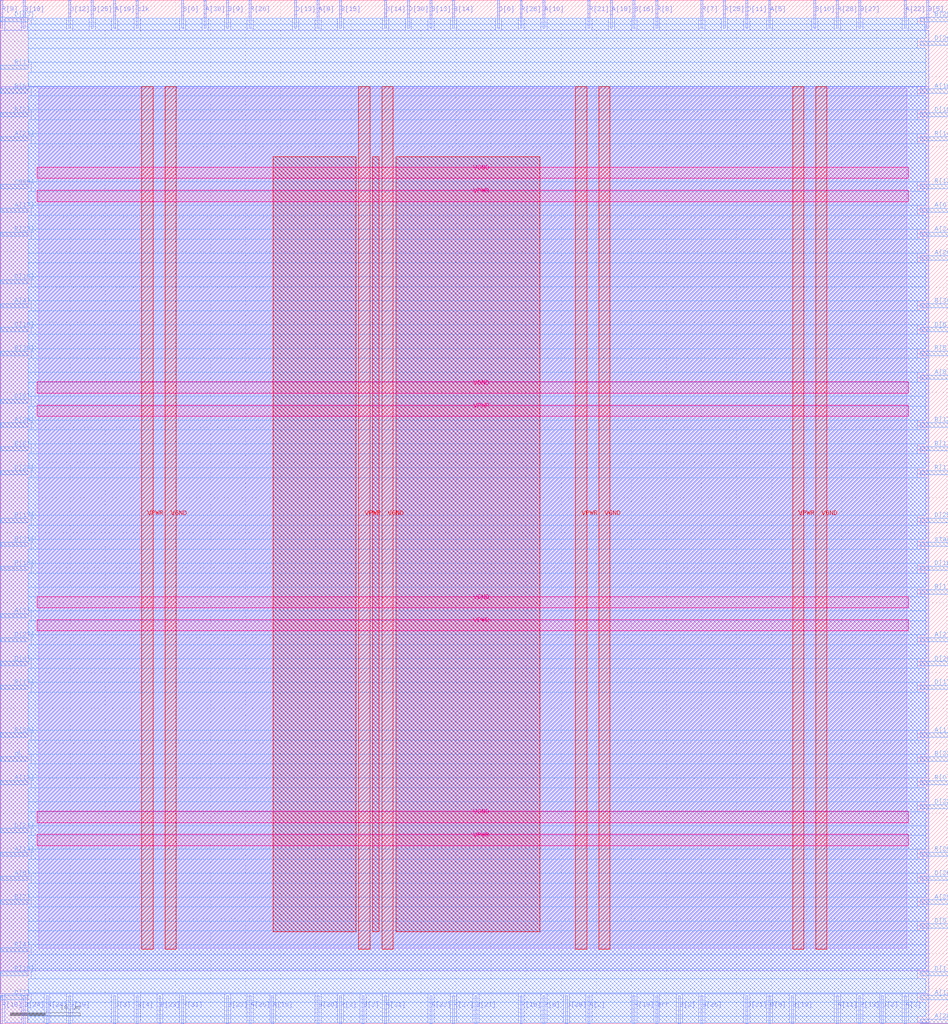
<source format=lef>
VERSION 5.7 ;
  NOWIREEXTENSIONATPIN ON ;
  DIVIDERCHAR "/" ;
  BUSBITCHARS "[]" ;
MACRO divider
  CLASS BLOCK ;
  FOREIGN divider ;
  ORIGIN 0.000 0.000 ;
  SIZE 135.185 BY 145.905 ;
  PIN A[0]
    DIRECTION INPUT ;
    USE SIGNAL ;
    ANTENNAGATEAREA 0.196500 ;
    PORT
      LAYER met3 ;
        RECT 131.185 115.640 135.185 116.240 ;
    END
  END A[0]
  PIN A[10]
    DIRECTION INPUT ;
    USE SIGNAL ;
    ANTENNAGATEAREA 0.196500 ;
    PORT
      LAYER met2 ;
        RECT 77.370 141.905 77.650 145.905 ;
    END
  END A[10]
  PIN A[11]
    DIRECTION INPUT ;
    USE SIGNAL ;
    ANTENNAGATEAREA 0.196500 ;
    PORT
      LAYER met2 ;
        RECT 119.230 0.000 119.510 4.000 ;
    END
  END A[11]
  PIN A[12]
    DIRECTION INPUT ;
    USE SIGNAL ;
    ANTENNAGATEAREA 0.196500 ;
    PORT
      LAYER met3 ;
        RECT 131.185 3.440 135.185 4.040 ;
    END
  END A[12]
  PIN A[13]
    DIRECTION INPUT ;
    USE SIGNAL ;
    ANTENNAGATEAREA 0.196500 ;
    PORT
      LAYER met3 ;
        RECT 0.000 34.040 4.000 34.640 ;
    END
  END A[13]
  PIN A[14]
    DIRECTION INPUT ;
    USE SIGNAL ;
    ANTENNAGATEAREA 0.196500 ;
    PORT
      LAYER met3 ;
        RECT 0.000 23.840 4.000 24.440 ;
    END
  END A[14]
  PIN A[15]
    DIRECTION INPUT ;
    USE SIGNAL ;
    ANTENNAGATEAREA 0.196500 ;
    PORT
      LAYER met2 ;
        RECT 38.730 0.000 39.010 4.000 ;
    END
  END A[15]
  PIN A[16]
    DIRECTION INPUT ;
    USE SIGNAL ;
    ANTENNAGATEAREA 0.196500 ;
    PORT
      LAYER met3 ;
        RECT 131.185 132.640 135.185 133.240 ;
    END
  END A[16]
  PIN A[17]
    DIRECTION INPUT ;
    USE SIGNAL ;
    ANTENNAGATEAREA 0.196500 ;
    PORT
      LAYER met3 ;
        RECT 0.000 115.640 4.000 116.240 ;
    END
  END A[17]
  PIN A[18]
    DIRECTION INPUT ;
    USE SIGNAL ;
    ANTENNAGATEAREA 0.196500 ;
    PORT
      LAYER met2 ;
        RECT 87.030 141.905 87.310 145.905 ;
    END
  END A[18]
  PIN A[19]
    DIRECTION INPUT ;
    USE SIGNAL ;
    ANTENNAGATEAREA 0.196500 ;
    PORT
      LAYER met2 ;
        RECT 16.190 141.905 16.470 145.905 ;
    END
  END A[19]
  PIN A[1]
    DIRECTION INPUT ;
    USE SIGNAL ;
    ANTENNAGATEAREA 0.196500 ;
    PORT
      LAYER met3 ;
        RECT 131.185 40.840 135.185 41.440 ;
    END
  END A[1]
  PIN A[20]
    DIRECTION INPUT ;
    USE SIGNAL ;
    ANTENNAGATEAREA 0.196500 ;
    PORT
      LAYER met3 ;
        RECT 131.185 108.840 135.185 109.440 ;
    END
  END A[20]
  PIN A[21]
    DIRECTION INPUT ;
    USE SIGNAL ;
    ANTENNAGATEAREA 0.196500 ;
    PORT
      LAYER met3 ;
        RECT 0.000 125.840 4.000 126.440 ;
    END
  END A[21]
  PIN A[22]
    DIRECTION INPUT ;
    USE SIGNAL ;
    ANTENNAGATEAREA 0.196500 ;
    PORT
      LAYER met2 ;
        RECT 128.890 141.905 129.170 145.905 ;
    END
  END A[22]
  PIN A[23]
    DIRECTION INPUT ;
    USE SIGNAL ;
    ANTENNAGATEAREA 0.196500 ;
    PORT
      LAYER met2 ;
        RECT 61.270 0.000 61.550 4.000 ;
    END
  END A[23]
  PIN A[24]
    DIRECTION INPUT ;
    USE SIGNAL ;
    ANTENNAGATEAREA 0.196500 ;
    PORT
      LAYER met3 ;
        RECT 131.185 112.240 135.185 112.840 ;
    END
  END A[24]
  PIN A[25]
    DIRECTION INPUT ;
    USE SIGNAL ;
    ANTENNAGATEAREA 0.196500 ;
    PORT
      LAYER met2 ;
        RECT 35.510 0.000 35.790 4.000 ;
    END
  END A[25]
  PIN A[26]
    DIRECTION INPUT ;
    USE SIGNAL ;
    ANTENNAGATEAREA 0.196500 ;
    PORT
      LAYER met3 ;
        RECT 0.000 85.040 4.000 85.640 ;
    END
  END A[26]
  PIN A[27]
    DIRECTION INPUT ;
    USE SIGNAL ;
    ANTENNAGATEAREA 0.196500 ;
    PORT
      LAYER met3 ;
        RECT 131.185 54.440 135.185 55.040 ;
    END
  END A[27]
  PIN A[28]
    DIRECTION INPUT ;
    USE SIGNAL ;
    ANTENNAGATEAREA 0.196500 ;
    PORT
      LAYER met3 ;
        RECT 131.185 0.040 135.185 0.640 ;
    END
  END A[28]
  PIN A[29]
    DIRECTION INPUT ;
    USE SIGNAL ;
    ANTENNAGATEAREA 0.196500 ;
    PORT
      LAYER met3 ;
        RECT 131.185 17.040 135.185 17.640 ;
    END
  END A[29]
  PIN A[2]
    DIRECTION INPUT ;
    USE SIGNAL ;
    ANTENNAGATEAREA 0.196500 ;
    PORT
      LAYER met2 ;
        RECT 83.810 0.000 84.090 4.000 ;
    END
  END A[2]
  PIN A[30]
    DIRECTION INPUT ;
    USE SIGNAL ;
    ANTENNAGATEAREA 0.196500 ;
    PORT
      LAYER met2 ;
        RECT 29.070 141.905 29.350 145.905 ;
    END
  END A[30]
  PIN A[31]
    DIRECTION INPUT ;
    USE SIGNAL ;
    ANTENNAGATEAREA 0.196500 ;
    PORT
      LAYER met2 ;
        RECT 54.830 0.000 55.110 4.000 ;
    END
  END A[31]
  PIN A[3]
    DIRECTION INPUT ;
    USE SIGNAL ;
    ANTENNAGATEAREA 0.196500 ;
    PORT
      LAYER met2 ;
        RECT 128.890 0.000 129.170 4.000 ;
    END
  END A[3]
  PIN A[4]
    DIRECTION INPUT ;
    USE SIGNAL ;
    ANTENNAGATEAREA 0.196500 ;
    PORT
      LAYER met3 ;
        RECT 0.000 102.040 4.000 102.640 ;
    END
  END A[4]
  PIN A[5]
    DIRECTION INPUT ;
    USE SIGNAL ;
    ANTENNAGATEAREA 0.196500 ;
    PORT
      LAYER met2 ;
        RECT 109.570 141.905 109.850 145.905 ;
    END
  END A[5]
  PIN A[6]
    DIRECTION INPUT ;
    USE SIGNAL ;
    ANTENNAGATEAREA 0.196500 ;
    PORT
      LAYER met3 ;
        RECT 0.000 20.440 4.000 21.040 ;
    END
  END A[6]
  PIN A[7]
    DIRECTION INPUT ;
    USE SIGNAL ;
    ANTENNAGATEAREA 0.196500 ;
    PORT
      LAYER met3 ;
        RECT 0.000 57.840 4.000 58.440 ;
    END
  END A[7]
  PIN A[8]
    DIRECTION INPUT ;
    USE SIGNAL ;
    ANTENNAGATEAREA 0.196500 ;
    PORT
      LAYER met3 ;
        RECT 131.185 91.840 135.185 92.440 ;
    END
  END A[8]
  PIN A[9]
    DIRECTION INPUT ;
    USE SIGNAL ;
    ANTENNAGATEAREA 0.196500 ;
    PORT
      LAYER met2 ;
        RECT 45.170 141.905 45.450 145.905 ;
    END
  END A[9]
  PIN B[0]
    DIRECTION INPUT ;
    USE SIGNAL ;
    ANTENNAGATEAREA 0.196500 ;
    PORT
      LAYER met2 ;
        RECT 25.850 141.905 26.130 145.905 ;
    END
  END B[0]
  PIN B[10]
    DIRECTION INPUT ;
    USE SIGNAL ;
    ANTENNAGATEAREA 0.196500 ;
    PORT
      LAYER met2 ;
        RECT 116.010 141.905 116.290 145.905 ;
    END
  END B[10]
  PIN B[11]
    DIRECTION INPUT ;
    USE SIGNAL ;
    ANTENNAGATEAREA 0.196500 ;
    PORT
      LAYER met3 ;
        RECT 131.185 81.640 135.185 82.240 ;
    END
  END B[11]
  PIN B[12]
    DIRECTION INPUT ;
    USE SIGNAL ;
    ANTENNAGATEAREA 0.196500 ;
    PORT
      LAYER met3 ;
        RECT 131.185 85.040 135.185 85.640 ;
    END
  END B[12]
  PIN B[13]
    DIRECTION INPUT ;
    USE SIGNAL ;
    ANTENNAGATEAREA 0.196500 ;
    PORT
      LAYER met2 ;
        RECT 61.270 141.905 61.550 145.905 ;
    END
  END B[13]
  PIN B[14]
    DIRECTION INPUT ;
    USE SIGNAL ;
    ANTENNAGATEAREA 0.196500 ;
    PORT
      LAYER met2 ;
        RECT 64.490 141.905 64.770 145.905 ;
    END
  END B[14]
  PIN B[15]
    DIRECTION INPUT ;
    USE SIGNAL ;
    ANTENNAGATEAREA 0.196500 ;
    PORT
      LAYER met2 ;
        RECT 48.390 141.905 48.670 145.905 ;
    END
  END B[15]
  PIN B[16]
    DIRECTION INPUT ;
    USE SIGNAL ;
    ANTENNAGATEAREA 0.196500 ;
    PORT
      LAYER met2 ;
        RECT 90.250 141.905 90.530 145.905 ;
    END
  END B[16]
  PIN B[17]
    DIRECTION INPUT ;
    USE SIGNAL ;
    ANTENNAGATEAREA 0.196500 ;
    PORT
      LAYER met3 ;
        RECT 0.000 71.440 4.000 72.040 ;
    END
  END B[17]
  PIN B[18]
    DIRECTION INPUT ;
    USE SIGNAL ;
    ANTENNAGATEAREA 0.196500 ;
    PORT
      LAYER met2 ;
        RECT 3.310 141.905 3.590 145.905 ;
    END
  END B[18]
  PIN B[19]
    DIRECTION INPUT ;
    USE SIGNAL ;
    ANTENNAGATEAREA 0.126000 ;
    PORT
      LAYER met2 ;
        RECT 112.790 0.000 113.070 4.000 ;
    END
  END B[19]
  PIN B[1]
    DIRECTION INPUT ;
    USE SIGNAL ;
    ANTENNAGATEAREA 0.196500 ;
    PORT
      LAYER met3 ;
        RECT 131.185 61.240 135.185 61.840 ;
    END
  END B[1]
  PIN B[20]
    DIRECTION INPUT ;
    USE SIGNAL ;
    ANTENNAGATEAREA 0.196500 ;
    PORT
      LAYER met2 ;
        RECT 45.170 0.000 45.450 4.000 ;
    END
  END B[20]
  PIN B[21]
    DIRECTION INPUT ;
    USE SIGNAL ;
    ANTENNAGATEAREA 0.196500 ;
    PORT
      LAYER met2 ;
        RECT 67.710 0.000 67.990 4.000 ;
    END
  END B[21]
  PIN B[22]
    DIRECTION INPUT ;
    USE SIGNAL ;
    ANTENNAGATEAREA 0.196500 ;
    PORT
      LAYER met3 ;
        RECT 131.185 37.440 135.185 38.040 ;
    END
  END B[22]
  PIN B[23]
    DIRECTION INPUT ;
    USE SIGNAL ;
    ANTENNAGATEAREA 0.196500 ;
    PORT
      LAYER met2 ;
        RECT 32.290 0.000 32.570 4.000 ;
    END
  END B[23]
  PIN B[24]
    DIRECTION INPUT ;
    USE SIGNAL ;
    ANTENNAGATEAREA 0.196500 ;
    PORT
      LAYER met2 ;
        RECT 3.310 0.000 3.590 4.000 ;
    END
  END B[24]
  PIN B[25]
    DIRECTION INPUT ;
    USE SIGNAL ;
    ANTENNAGATEAREA 0.126000 ;
    PORT
      LAYER met2 ;
        RECT 12.970 141.905 13.250 145.905 ;
    END
  END B[25]
  PIN B[26]
    DIRECTION INPUT ;
    USE SIGNAL ;
    ANTENNAGATEAREA 0.196500 ;
    PORT
      LAYER met2 ;
        RECT 99.910 0.000 100.190 4.000 ;
    END
  END B[26]
  PIN B[27]
    DIRECTION INPUT ;
    USE SIGNAL ;
    ANTENNAGATEAREA 0.126000 ;
    PORT
      LAYER met2 ;
        RECT 122.450 141.905 122.730 145.905 ;
    END
  END B[27]
  PIN B[28]
    DIRECTION INPUT ;
    USE SIGNAL ;
    ANTENNAGATEAREA 0.196500 ;
    PORT
      LAYER met3 ;
        RECT 0.000 95.240 4.000 95.840 ;
    END
  END B[28]
  PIN B[29]
    DIRECTION INPUT ;
    USE SIGNAL ;
    ANTENNAGATEAREA 0.196500 ;
    PORT
      LAYER met3 ;
        RECT 131.185 142.840 135.185 143.440 ;
    END
  END B[29]
  PIN B[2]
    DIRECTION INPUT ;
    USE SIGNAL ;
    ANTENNAGATEAREA 0.196500 ;
    PORT
      LAYER met2 ;
        RECT 96.690 0.000 96.970 4.000 ;
    END
  END B[2]
  PIN B[30]
    DIRECTION INPUT ;
    USE SIGNAL ;
    ANTENNAGATEAREA 0.196500 ;
    PORT
      LAYER met3 ;
        RECT 131.185 102.040 135.185 102.640 ;
    END
  END B[30]
  PIN B[31]
    DIRECTION INPUT ;
    USE SIGNAL ;
    ANTENNAGATEAREA 0.196500 ;
    PORT
      LAYER met3 ;
        RECT 0.000 68.040 4.000 68.640 ;
    END
  END B[31]
  PIN B[3]
    DIRECTION INPUT ;
    USE SIGNAL ;
    ANTENNAGATEAREA 0.196500 ;
    PORT
      LAYER met2 ;
        RECT 51.610 0.000 51.890 4.000 ;
    END
  END B[3]
  PIN B[4]
    DIRECTION INPUT ;
    USE SIGNAL ;
    ANTENNAGATEAREA 0.196500 ;
    PORT
      LAYER met2 ;
        RECT 19.410 0.000 19.690 4.000 ;
    END
  END B[4]
  PIN B[5]
    DIRECTION INPUT ;
    USE SIGNAL ;
    ANTENNAGATEAREA 0.126000 ;
    PORT
      LAYER met2 ;
        RECT 132.110 141.905 132.390 145.905 ;
    END
  END B[5]
  PIN B[6]
    DIRECTION INPUT ;
    USE SIGNAL ;
    ANTENNAGATEAREA 0.196500 ;
    PORT
      LAYER met3 ;
        RECT 0.000 132.640 4.000 133.240 ;
    END
  END B[6]
  PIN B[7]
    DIRECTION INPUT ;
    USE SIGNAL ;
    ANTENNAGATEAREA 0.196500 ;
    PORT
      LAYER met3 ;
        RECT 0.000 17.040 4.000 17.640 ;
    END
  END B[7]
  PIN B[8]
    DIRECTION INPUT ;
    USE SIGNAL ;
    ANTENNAGATEAREA 0.196500 ;
    PORT
      LAYER met3 ;
        RECT 0.000 81.640 4.000 82.240 ;
    END
  END B[8]
  PIN B[9]
    DIRECTION INPUT ;
    USE SIGNAL ;
    ANTENNAGATEAREA 0.196500 ;
    PORT
      LAYER met2 ;
        RECT 32.290 141.905 32.570 145.905 ;
    END
  END B[9]
  PIN D[0]
    DIRECTION OUTPUT TRISTATE ;
    USE SIGNAL ;
    ANTENNADIFFAREA 0.795200 ;
    PORT
      LAYER met2 ;
        RECT 70.930 141.905 71.210 145.905 ;
    END
  END D[0]
  PIN D[10]
    DIRECTION OUTPUT TRISTATE ;
    USE SIGNAL ;
    ANTENNADIFFAREA 0.795200 ;
    PORT
      LAYER met3 ;
        RECT 0.000 98.640 4.000 99.240 ;
    END
  END D[10]
  PIN D[11]
    DIRECTION OUTPUT TRISTATE ;
    USE SIGNAL ;
    ANTENNADIFFAREA 0.795200 ;
    PORT
      LAYER met2 ;
        RECT 106.350 141.905 106.630 145.905 ;
    END
  END D[11]
  PIN D[12]
    DIRECTION OUTPUT TRISTATE ;
    USE SIGNAL ;
    ANTENNADIFFAREA 0.795200 ;
    PORT
      LAYER met2 ;
        RECT 9.750 141.905 10.030 145.905 ;
    END
  END D[12]
  PIN D[13]
    DIRECTION OUTPUT TRISTATE ;
    USE SIGNAL ;
    ANTENNADIFFAREA 0.795200 ;
    PORT
      LAYER met2 ;
        RECT 41.950 141.905 42.230 145.905 ;
    END
  END D[13]
  PIN D[14]
    DIRECTION OUTPUT TRISTATE ;
    USE SIGNAL ;
    ANTENNADIFFAREA 0.795200 ;
    PORT
      LAYER met2 ;
        RECT 54.830 141.905 55.110 145.905 ;
    END
  END D[14]
  PIN D[15]
    DIRECTION OUTPUT TRISTATE ;
    USE SIGNAL ;
    ANTENNADIFFAREA 0.795200 ;
    PORT
      LAYER met3 ;
        RECT 0.000 105.440 4.000 106.040 ;
    END
  END D[15]
  PIN D[16]
    DIRECTION OUTPUT TRISTATE ;
    USE SIGNAL ;
    ANTENNADIFFAREA 0.445500 ;
    PORT
      LAYER met3 ;
        RECT 131.185 64.640 135.185 65.240 ;
    END
  END D[16]
  PIN D[17]
    DIRECTION OUTPUT TRISTATE ;
    USE SIGNAL ;
    ANTENNADIFFAREA 0.795200 ;
    PORT
      LAYER met3 ;
        RECT 131.185 47.640 135.185 48.240 ;
    END
  END D[17]
  PIN D[18]
    DIRECTION OUTPUT TRISTATE ;
    USE SIGNAL ;
    ANTENNADIFFAREA 0.795200 ;
    PORT
      LAYER met3 ;
        RECT 131.185 129.240 135.185 129.840 ;
    END
  END D[18]
  PIN D[19]
    DIRECTION OUTPUT TRISTATE ;
    USE SIGNAL ;
    ANTENNADIFFAREA 0.795200 ;
    PORT
      LAYER met2 ;
        RECT 9.750 0.000 10.030 4.000 ;
    END
  END D[19]
  PIN D[1]
    DIRECTION OUTPUT TRISTATE ;
    USE SIGNAL ;
    ANTENNADIFFAREA 0.445500 ;
    PORT
      LAYER met3 ;
        RECT 131.185 6.840 135.185 7.440 ;
    END
  END D[1]
  PIN D[20]
    DIRECTION OUTPUT TRISTATE ;
    USE SIGNAL ;
    ANTENNADIFFAREA 0.445500 ;
    PORT
      LAYER met3 ;
        RECT 131.185 51.040 135.185 51.640 ;
    END
  END D[20]
  PIN D[21]
    DIRECTION OUTPUT TRISTATE ;
    USE SIGNAL ;
    ANTENNADIFFAREA 0.795200 ;
    PORT
      LAYER met3 ;
        RECT 0.000 27.240 4.000 27.840 ;
    END
  END D[21]
  PIN D[22]
    DIRECTION OUTPUT TRISTATE ;
    USE SIGNAL ;
    ANTENNADIFFAREA 0.445500 ;
    PORT
      LAYER met3 ;
        RECT 131.185 30.640 135.185 31.240 ;
    END
  END D[22]
  PIN D[23]
    DIRECTION OUTPUT TRISTATE ;
    USE SIGNAL ;
    ANTENNADIFFAREA 0.795200 ;
    PORT
      LAYER met3 ;
        RECT 0.000 142.840 4.000 143.440 ;
    END
  END D[23]
  PIN D[24]
    DIRECTION OUTPUT TRISTATE ;
    USE SIGNAL ;
    ANTENNADIFFAREA 0.795200 ;
    PORT
      LAYER met3 ;
        RECT 0.000 78.240 4.000 78.840 ;
    END
  END D[24]
  PIN D[25]
    DIRECTION OUTPUT TRISTATE ;
    USE SIGNAL ;
    ANTENNADIFFAREA 0.445500 ;
    PORT
      LAYER met3 ;
        RECT 131.185 71.440 135.185 72.040 ;
    END
  END D[25]
  PIN D[26]
    DIRECTION OUTPUT TRISTATE ;
    USE SIGNAL ;
    ANTENNADIFFAREA 0.795200 ;
    PORT
      LAYER met3 ;
        RECT 131.185 139.440 135.185 140.040 ;
    END
  END D[26]
  PIN D[27]
    DIRECTION OUTPUT TRISTATE ;
    USE SIGNAL ;
    ANTENNADIFFAREA 0.795200 ;
    PORT
      LAYER met3 ;
        RECT 0.000 54.440 4.000 55.040 ;
    END
  END D[27]
  PIN D[28]
    DIRECTION OUTPUT TRISTATE ;
    USE SIGNAL ;
    ANTENNADIFFAREA 0.445500 ;
    PORT
      LAYER met3 ;
        RECT 131.185 20.440 135.185 21.040 ;
    END
  END D[28]
  PIN D[29]
    DIRECTION OUTPUT TRISTATE ;
    USE SIGNAL ;
    ANTENNADIFFAREA 0.795200 ;
    PORT
      LAYER met2 ;
        RECT 80.590 0.000 80.870 4.000 ;
    END
  END D[29]
  PIN D[2]
    DIRECTION OUTPUT TRISTATE ;
    USE SIGNAL ;
    ANTENNADIFFAREA 0.795200 ;
    PORT
      LAYER met2 ;
        RECT 125.670 0.000 125.950 4.000 ;
    END
  END D[2]
  PIN D[30]
    DIRECTION OUTPUT TRISTATE ;
    USE SIGNAL ;
    ANTENNADIFFAREA 0.795200 ;
    PORT
      LAYER met2 ;
        RECT 58.050 141.905 58.330 145.905 ;
    END
  END D[30]
  PIN D[31]
    DIRECTION OUTPUT TRISTATE ;
    USE SIGNAL ;
    ANTENNADIFFAREA 0.795200 ;
    PORT
      LAYER met2 ;
        RECT 106.350 0.000 106.630 4.000 ;
    END
  END D[31]
  PIN D[3]
    DIRECTION OUTPUT TRISTATE ;
    USE SIGNAL ;
    ANTENNADIFFAREA 0.795200 ;
    PORT
      LAYER met2 ;
        RECT 16.190 0.000 16.470 4.000 ;
    END
  END D[3]
  PIN D[4]
    DIRECTION OUTPUT TRISTATE ;
    USE SIGNAL ;
    ANTENNADIFFAREA 0.795200 ;
    PORT
      LAYER met3 ;
        RECT 0.000 51.040 4.000 51.640 ;
    END
  END D[4]
  PIN D[5]
    DIRECTION OUTPUT TRISTATE ;
    USE SIGNAL ;
    ANTENNADIFFAREA 0.795200 ;
    PORT
      LAYER met3 ;
        RECT 131.185 13.640 135.185 14.240 ;
    END
  END D[5]
  PIN D[6]
    DIRECTION OUTPUT TRISTATE ;
    USE SIGNAL ;
    ANTENNADIFFAREA 0.445500 ;
    PORT
      LAYER met3 ;
        RECT 131.185 98.640 135.185 99.240 ;
    END
  END D[6]
  PIN D[7]
    DIRECTION OUTPUT TRISTATE ;
    USE SIGNAL ;
    ANTENNADIFFAREA 0.795200 ;
    PORT
      LAYER met3 ;
        RECT 0.000 3.440 4.000 4.040 ;
    END
  END D[7]
  PIN D[8]
    DIRECTION OUTPUT TRISTATE ;
    USE SIGNAL ;
    ANTENNADIFFAREA 0.795200 ;
    PORT
      LAYER met2 ;
        RECT 109.570 0.000 109.850 4.000 ;
    END
  END D[8]
  PIN D[9]
    DIRECTION OUTPUT TRISTATE ;
    USE SIGNAL ;
    ANTENNADIFFAREA 0.795200 ;
    PORT
      LAYER met3 ;
        RECT 0.000 88.440 4.000 89.040 ;
    END
  END D[9]
  PIN R[0]
    DIRECTION OUTPUT TRISTATE ;
    USE SIGNAL ;
    ANTENNADIFFAREA 0.795200 ;
    PORT
      LAYER met3 ;
        RECT 131.185 34.040 135.185 34.640 ;
    END
  END R[0]
  PIN R[10]
    DIRECTION OUTPUT TRISTATE ;
    USE SIGNAL ;
    ANTENNADIFFAREA 0.795200 ;
    PORT
      LAYER met3 ;
        RECT 0.000 6.840 4.000 7.440 ;
    END
  END R[10]
  PIN R[11]
    DIRECTION OUTPUT TRISTATE ;
    USE SIGNAL ;
    ANTENNADIFFAREA 0.445500 ;
    PORT
      LAYER met3 ;
        RECT 131.185 78.240 135.185 78.840 ;
    END
  END R[11]
  PIN R[12]
    DIRECTION OUTPUT TRISTATE ;
    USE SIGNAL ;
    ANTENNADIFFAREA 0.445500 ;
    PORT
      LAYER met3 ;
        RECT 131.185 119.040 135.185 119.640 ;
    END
  END R[12]
  PIN R[13]
    DIRECTION OUTPUT TRISTATE ;
    USE SIGNAL ;
    ANTENNADIFFAREA 0.795200 ;
    PORT
      LAYER met2 ;
        RECT 122.450 0.000 122.730 4.000 ;
    END
  END R[13]
  PIN R[14]
    DIRECTION OUTPUT TRISTATE ;
    USE SIGNAL ;
    ANTENNADIFFAREA 0.445500 ;
    PORT
      LAYER met3 ;
        RECT 131.185 125.840 135.185 126.440 ;
    END
  END R[14]
  PIN R[15]
    DIRECTION OUTPUT TRISTATE ;
    USE SIGNAL ;
    ANTENNADIFFAREA 0.795200 ;
    PORT
      LAYER met2 ;
        RECT 74.150 0.000 74.430 4.000 ;
    END
  END R[15]
  PIN R[16]
    DIRECTION OUTPUT TRISTATE ;
    USE SIGNAL ;
    ANTENNADIFFAREA 0.795200 ;
    PORT
      LAYER met3 ;
        RECT 0.000 64.640 4.000 65.240 ;
    END
  END R[16]
  PIN R[17]
    DIRECTION OUTPUT TRISTATE ;
    USE SIGNAL ;
    ANTENNADIFFAREA 0.795200 ;
    PORT
      LAYER met3 ;
        RECT 0.000 47.640 4.000 48.240 ;
    END
  END R[17]
  PIN R[18]
    DIRECTION OUTPUT TRISTATE ;
    USE SIGNAL ;
    ANTENNADIFFAREA 0.795200 ;
    PORT
      LAYER met2 ;
        RECT 0.090 0.000 0.370 4.000 ;
    END
  END R[18]
  PIN R[19]
    DIRECTION OUTPUT TRISTATE ;
    USE SIGNAL ;
    ANTENNADIFFAREA 0.795200 ;
    PORT
      LAYER met2 ;
        RECT 90.250 0.000 90.530 4.000 ;
    END
  END R[19]
  PIN R[1]
    DIRECTION OUTPUT TRISTATE ;
    USE SIGNAL ;
    ANTENNADIFFAREA 0.795200 ;
    PORT
      LAYER met3 ;
        RECT 0.000 136.040 4.000 136.640 ;
    END
  END R[1]
  PIN R[20]
    DIRECTION OUTPUT TRISTATE ;
    USE SIGNAL ;
    ANTENNADIFFAREA 0.795200 ;
    PORT
      LAYER met2 ;
        RECT 35.510 141.905 35.790 145.905 ;
    END
  END R[20]
  PIN R[21]
    DIRECTION OUTPUT TRISTATE ;
    USE SIGNAL ;
    ANTENNADIFFAREA 0.795200 ;
    PORT
      LAYER met2 ;
        RECT 83.810 141.905 84.090 145.905 ;
    END
  END R[21]
  PIN R[22]
    DIRECTION OUTPUT TRISTATE ;
    USE SIGNAL ;
    ANTENNADIFFAREA 0.795200 ;
    PORT
      LAYER met3 ;
        RECT 0.000 112.240 4.000 112.840 ;
    END
  END R[22]
  PIN R[23]
    DIRECTION OUTPUT TRISTATE ;
    USE SIGNAL ;
    ANTENNADIFFAREA 0.795200 ;
    PORT
      LAYER met2 ;
        RECT 22.630 0.000 22.910 4.000 ;
    END
  END R[23]
  PIN R[24]
    DIRECTION OUTPUT TRISTATE ;
    USE SIGNAL ;
    ANTENNADIFFAREA 0.795200 ;
    PORT
      LAYER met2 ;
        RECT 6.530 0.000 6.810 4.000 ;
    END
  END R[24]
  PIN R[25]
    DIRECTION OUTPUT TRISTATE ;
    USE SIGNAL ;
    ANTENNADIFFAREA 0.795200 ;
    PORT
      LAYER met2 ;
        RECT 103.130 141.905 103.410 145.905 ;
    END
  END R[25]
  PIN R[26]
    DIRECTION OUTPUT TRISTATE ;
    USE SIGNAL ;
    ANTENNADIFFAREA 0.795200 ;
    PORT
      LAYER met2 ;
        RECT 74.150 141.905 74.430 145.905 ;
    END
  END R[26]
  PIN R[27]
    DIRECTION OUTPUT TRISTATE ;
    USE SIGNAL ;
    ANTENNADIFFAREA 0.795200 ;
    PORT
      LAYER met2 ;
        RECT 64.490 0.000 64.770 4.000 ;
    END
  END R[27]
  PIN R[28]
    DIRECTION OUTPUT TRISTATE ;
    USE SIGNAL ;
    ANTENNADIFFAREA 0.795200 ;
    PORT
      LAYER met2 ;
        RECT 119.230 141.905 119.510 145.905 ;
    END
  END R[28]
  PIN R[29]
    DIRECTION OUTPUT TRISTATE ;
    USE SIGNAL ;
    ANTENNADIFFAREA 0.445500 ;
    PORT
      LAYER met3 ;
        RECT 131.185 23.840 135.185 24.440 ;
    END
  END R[29]
  PIN R[2]
    DIRECTION OUTPUT TRISTATE ;
    USE SIGNAL ;
    ANTENNADIFFAREA 0.795200 ;
    PORT
      LAYER met3 ;
        RECT 0.000 129.240 4.000 129.840 ;
    END
  END R[2]
  PIN R[30]
    DIRECTION OUTPUT TRISTATE ;
    USE SIGNAL ;
    ANTENNADIFFAREA 0.795200 ;
    PORT
      LAYER met3 ;
        RECT 0.000 40.840 4.000 41.440 ;
    END
  END R[30]
  PIN R[31]
    DIRECTION OUTPUT TRISTATE ;
    USE SIGNAL ;
    ANTENNADIFFAREA 0.795200 ;
    PORT
      LAYER met2 ;
        RECT 25.850 0.000 26.130 4.000 ;
    END
  END R[31]
  PIN R[3]
    DIRECTION OUTPUT TRISTATE ;
    USE SIGNAL ;
    ANTENNADIFFAREA 0.795200 ;
    PORT
      LAYER met2 ;
        RECT 48.390 0.000 48.670 4.000 ;
    END
  END R[3]
  PIN R[4]
    DIRECTION OUTPUT TRISTATE ;
    USE SIGNAL ;
    ANTENNADIFFAREA 0.795200 ;
    PORT
      LAYER met3 ;
        RECT 0.000 10.240 4.000 10.840 ;
    END
  END R[4]
  PIN R[5]
    DIRECTION OUTPUT TRISTATE ;
    USE SIGNAL ;
    ANTENNADIFFAREA 0.445500 ;
    PORT
      LAYER met3 ;
        RECT 131.185 95.240 135.185 95.840 ;
    END
  END R[5]
  PIN R[6]
    DIRECTION OUTPUT TRISTATE ;
    USE SIGNAL ;
    ANTENNADIFFAREA 0.795200 ;
    PORT
      LAYER met2 ;
        RECT 77.370 0.000 77.650 4.000 ;
    END
  END R[6]
  PIN R[7]
    DIRECTION OUTPUT TRISTATE ;
    USE SIGNAL ;
    ANTENNADIFFAREA 0.795200 ;
    PORT
      LAYER met2 ;
        RECT 99.910 141.905 100.190 145.905 ;
    END
  END R[7]
  PIN R[8]
    DIRECTION OUTPUT TRISTATE ;
    USE SIGNAL ;
    ANTENNADIFFAREA 0.795200 ;
    PORT
      LAYER met2 ;
        RECT 93.470 141.905 93.750 145.905 ;
    END
  END R[8]
  PIN R[9]
    DIRECTION OUTPUT TRISTATE ;
    USE SIGNAL ;
    ANTENNADIFFAREA 0.795200 ;
    PORT
      LAYER met2 ;
        RECT 0.090 141.905 0.370 145.905 ;
    END
  END R[9]
  PIN VGND
    DIRECTION INOUT ;
    USE GROUND ;
    PORT
      LAYER met4 ;
        RECT 23.485 10.640 25.085 133.520 ;
    END
    PORT
      LAYER met4 ;
        RECT 54.420 10.640 56.020 133.520 ;
    END
    PORT
      LAYER met4 ;
        RECT 85.355 10.640 86.955 133.520 ;
    END
    PORT
      LAYER met4 ;
        RECT 116.290 10.640 117.890 133.520 ;
    END
    PORT
      LAYER met5 ;
        RECT 5.280 28.680 129.500 30.280 ;
    END
    PORT
      LAYER met5 ;
        RECT 5.280 59.280 129.500 60.880 ;
    END
    PORT
      LAYER met5 ;
        RECT 5.280 89.880 129.500 91.480 ;
    END
    PORT
      LAYER met5 ;
        RECT 5.280 120.480 129.500 122.080 ;
    END
  END VGND
  PIN VPWR
    DIRECTION INOUT ;
    USE POWER ;
    PORT
      LAYER met4 ;
        RECT 20.185 10.640 21.785 133.520 ;
    END
    PORT
      LAYER met4 ;
        RECT 51.120 10.640 52.720 133.520 ;
    END
    PORT
      LAYER met4 ;
        RECT 82.055 10.640 83.655 133.520 ;
    END
    PORT
      LAYER met4 ;
        RECT 112.990 10.640 114.590 133.520 ;
    END
    PORT
      LAYER met5 ;
        RECT 5.280 25.380 129.500 26.980 ;
    END
    PORT
      LAYER met5 ;
        RECT 5.280 55.980 129.500 57.580 ;
    END
    PORT
      LAYER met5 ;
        RECT 5.280 86.580 129.500 88.180 ;
    END
    PORT
      LAYER met5 ;
        RECT 5.280 117.180 129.500 118.780 ;
    END
  END VPWR
  PIN clk
    DIRECTION INPUT ;
    USE SIGNAL ;
    ANTENNAGATEAREA 0.852000 ;
    PORT
      LAYER met2 ;
        RECT 19.410 141.905 19.690 145.905 ;
    END
  END clk
  PIN err
    DIRECTION OUTPUT TRISTATE ;
    USE SIGNAL ;
    ANTENNADIFFAREA 0.795200 ;
    PORT
      LAYER met2 ;
        RECT 93.470 0.000 93.750 4.000 ;
    END
  END err
  PIN ok
    DIRECTION OUTPUT TRISTATE ;
    USE SIGNAL ;
    ANTENNADIFFAREA 0.795200 ;
    PORT
      LAYER met3 ;
        RECT 0.000 37.440 4.000 38.040 ;
    END
  END ok
  PIN reset
    DIRECTION INPUT ;
    USE SIGNAL ;
    ANTENNAGATEAREA 0.213000 ;
    PORT
      LAYER met3 ;
        RECT 0.000 119.040 4.000 119.640 ;
    END
  END reset
  PIN start
    DIRECTION INPUT ;
    USE SIGNAL ;
    ANTENNAGATEAREA 0.196500 ;
    PORT
      LAYER met3 ;
        RECT 131.185 68.040 135.185 68.640 ;
    END
  END start
  OBS
      LAYER li1 ;
        RECT 5.520 10.795 129.260 133.365 ;
      LAYER met1 ;
        RECT 0.070 7.520 132.410 133.520 ;
      LAYER met2 ;
        RECT 0.650 141.625 3.030 143.325 ;
        RECT 3.870 141.625 9.470 143.325 ;
        RECT 10.310 141.625 12.690 143.325 ;
        RECT 13.530 141.625 15.910 143.325 ;
        RECT 16.750 141.625 19.130 143.325 ;
        RECT 19.970 141.625 25.570 143.325 ;
        RECT 26.410 141.625 28.790 143.325 ;
        RECT 29.630 141.625 32.010 143.325 ;
        RECT 32.850 141.625 35.230 143.325 ;
        RECT 36.070 141.625 41.670 143.325 ;
        RECT 42.510 141.625 44.890 143.325 ;
        RECT 45.730 141.625 48.110 143.325 ;
        RECT 48.950 141.625 54.550 143.325 ;
        RECT 55.390 141.625 57.770 143.325 ;
        RECT 58.610 141.625 60.990 143.325 ;
        RECT 61.830 141.625 64.210 143.325 ;
        RECT 65.050 141.625 70.650 143.325 ;
        RECT 71.490 141.625 73.870 143.325 ;
        RECT 74.710 141.625 77.090 143.325 ;
        RECT 77.930 141.625 83.530 143.325 ;
        RECT 84.370 141.625 86.750 143.325 ;
        RECT 87.590 141.625 89.970 143.325 ;
        RECT 90.810 141.625 93.190 143.325 ;
        RECT 94.030 141.625 99.630 143.325 ;
        RECT 100.470 141.625 102.850 143.325 ;
        RECT 103.690 141.625 106.070 143.325 ;
        RECT 106.910 141.625 109.290 143.325 ;
        RECT 110.130 141.625 115.730 143.325 ;
        RECT 116.570 141.625 118.950 143.325 ;
        RECT 119.790 141.625 122.170 143.325 ;
        RECT 123.010 141.625 128.610 143.325 ;
        RECT 129.450 141.625 131.830 143.325 ;
        RECT 0.100 4.280 132.380 141.625 ;
        RECT 0.650 0.155 3.030 4.280 ;
        RECT 3.870 0.155 6.250 4.280 ;
        RECT 7.090 0.155 9.470 4.280 ;
        RECT 10.310 0.155 15.910 4.280 ;
        RECT 16.750 0.155 19.130 4.280 ;
        RECT 19.970 0.155 22.350 4.280 ;
        RECT 23.190 0.155 25.570 4.280 ;
        RECT 26.410 0.155 32.010 4.280 ;
        RECT 32.850 0.155 35.230 4.280 ;
        RECT 36.070 0.155 38.450 4.280 ;
        RECT 39.290 0.155 44.890 4.280 ;
        RECT 45.730 0.155 48.110 4.280 ;
        RECT 48.950 0.155 51.330 4.280 ;
        RECT 52.170 0.155 54.550 4.280 ;
        RECT 55.390 0.155 60.990 4.280 ;
        RECT 61.830 0.155 64.210 4.280 ;
        RECT 65.050 0.155 67.430 4.280 ;
        RECT 68.270 0.155 73.870 4.280 ;
        RECT 74.710 0.155 77.090 4.280 ;
        RECT 77.930 0.155 80.310 4.280 ;
        RECT 81.150 0.155 83.530 4.280 ;
        RECT 84.370 0.155 89.970 4.280 ;
        RECT 90.810 0.155 93.190 4.280 ;
        RECT 94.030 0.155 96.410 4.280 ;
        RECT 97.250 0.155 99.630 4.280 ;
        RECT 100.470 0.155 106.070 4.280 ;
        RECT 106.910 0.155 109.290 4.280 ;
        RECT 110.130 0.155 112.510 4.280 ;
        RECT 113.350 0.155 118.950 4.280 ;
        RECT 119.790 0.155 122.170 4.280 ;
        RECT 123.010 0.155 125.390 4.280 ;
        RECT 126.230 0.155 128.610 4.280 ;
        RECT 129.450 0.155 132.380 4.280 ;
      LAYER met3 ;
        RECT 4.400 142.440 130.785 143.305 ;
        RECT 3.990 140.440 131.955 142.440 ;
        RECT 3.990 139.040 130.785 140.440 ;
        RECT 3.990 137.040 131.955 139.040 ;
        RECT 4.400 135.640 131.955 137.040 ;
        RECT 3.990 133.640 131.955 135.640 ;
        RECT 4.400 132.240 130.785 133.640 ;
        RECT 3.990 130.240 131.955 132.240 ;
        RECT 4.400 128.840 130.785 130.240 ;
        RECT 3.990 126.840 131.955 128.840 ;
        RECT 4.400 125.440 130.785 126.840 ;
        RECT 3.990 120.040 131.955 125.440 ;
        RECT 4.400 118.640 130.785 120.040 ;
        RECT 3.990 116.640 131.955 118.640 ;
        RECT 4.400 115.240 130.785 116.640 ;
        RECT 3.990 113.240 131.955 115.240 ;
        RECT 4.400 111.840 130.785 113.240 ;
        RECT 3.990 109.840 131.955 111.840 ;
        RECT 3.990 108.440 130.785 109.840 ;
        RECT 3.990 106.440 131.955 108.440 ;
        RECT 4.400 105.040 131.955 106.440 ;
        RECT 3.990 103.040 131.955 105.040 ;
        RECT 4.400 101.640 130.785 103.040 ;
        RECT 3.990 99.640 131.955 101.640 ;
        RECT 4.400 98.240 130.785 99.640 ;
        RECT 3.990 96.240 131.955 98.240 ;
        RECT 4.400 94.840 130.785 96.240 ;
        RECT 3.990 92.840 131.955 94.840 ;
        RECT 3.990 91.440 130.785 92.840 ;
        RECT 3.990 89.440 131.955 91.440 ;
        RECT 4.400 88.040 131.955 89.440 ;
        RECT 3.990 86.040 131.955 88.040 ;
        RECT 4.400 84.640 130.785 86.040 ;
        RECT 3.990 82.640 131.955 84.640 ;
        RECT 4.400 81.240 130.785 82.640 ;
        RECT 3.990 79.240 131.955 81.240 ;
        RECT 4.400 77.840 130.785 79.240 ;
        RECT 3.990 72.440 131.955 77.840 ;
        RECT 4.400 71.040 130.785 72.440 ;
        RECT 3.990 69.040 131.955 71.040 ;
        RECT 4.400 67.640 130.785 69.040 ;
        RECT 3.990 65.640 131.955 67.640 ;
        RECT 4.400 64.240 130.785 65.640 ;
        RECT 3.990 62.240 131.955 64.240 ;
        RECT 3.990 60.840 130.785 62.240 ;
        RECT 3.990 58.840 131.955 60.840 ;
        RECT 4.400 57.440 131.955 58.840 ;
        RECT 3.990 55.440 131.955 57.440 ;
        RECT 4.400 54.040 130.785 55.440 ;
        RECT 3.990 52.040 131.955 54.040 ;
        RECT 4.400 50.640 130.785 52.040 ;
        RECT 3.990 48.640 131.955 50.640 ;
        RECT 4.400 47.240 130.785 48.640 ;
        RECT 3.990 41.840 131.955 47.240 ;
        RECT 4.400 40.440 130.785 41.840 ;
        RECT 3.990 38.440 131.955 40.440 ;
        RECT 4.400 37.040 130.785 38.440 ;
        RECT 3.990 35.040 131.955 37.040 ;
        RECT 4.400 33.640 130.785 35.040 ;
        RECT 3.990 31.640 131.955 33.640 ;
        RECT 3.990 30.240 130.785 31.640 ;
        RECT 3.990 28.240 131.955 30.240 ;
        RECT 4.400 26.840 131.955 28.240 ;
        RECT 3.990 24.840 131.955 26.840 ;
        RECT 4.400 23.440 130.785 24.840 ;
        RECT 3.990 21.440 131.955 23.440 ;
        RECT 4.400 20.040 130.785 21.440 ;
        RECT 3.990 18.040 131.955 20.040 ;
        RECT 4.400 16.640 130.785 18.040 ;
        RECT 3.990 14.640 131.955 16.640 ;
        RECT 3.990 13.240 130.785 14.640 ;
        RECT 3.990 11.240 131.955 13.240 ;
        RECT 4.400 9.840 131.955 11.240 ;
        RECT 3.990 7.840 131.955 9.840 ;
        RECT 4.400 6.440 130.785 7.840 ;
        RECT 3.990 4.440 131.955 6.440 ;
        RECT 4.400 3.040 130.785 4.440 ;
        RECT 3.990 1.040 131.955 3.040 ;
        RECT 3.990 0.175 130.785 1.040 ;
      LAYER met4 ;
        RECT 38.935 13.095 50.720 123.585 ;
        RECT 53.120 13.095 54.020 123.585 ;
        RECT 56.420 13.095 76.985 123.585 ;
  END
END divider
END LIBRARY


</source>
